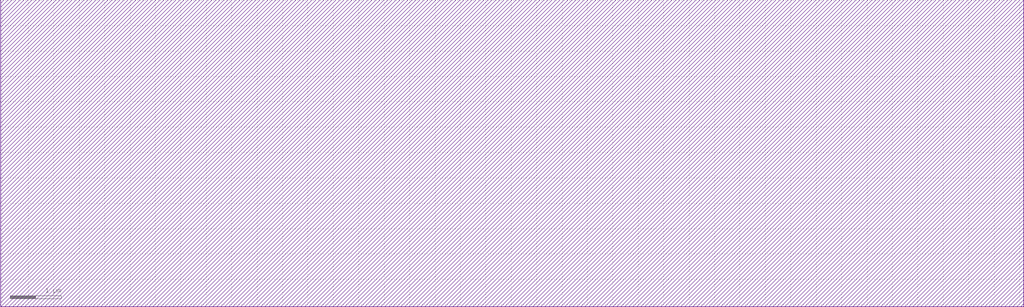
<source format=lef>
VERSION 5.7 ;
  NOWIREEXTENSIONATPIN ON ;
  DIVIDERCHAR "/" ;
  BUSBITCHARS "[]" ;
UNITS
  DATABASE MICRONS 200 ;
END UNITS

LAYER via2
  TYPE CUT ;
END via2

LAYER via
  TYPE CUT ;
END via

LAYER nwell
  TYPE MASTERSLICE ;
END nwell

LAYER via3
  TYPE CUT ;
END via3

LAYER pwell
  TYPE MASTERSLICE ;
END pwell

LAYER via4
  TYPE CUT ;
END via4

LAYER mcon
  TYPE CUT ;
END mcon

LAYER met6
  TYPE ROUTING ;
  WIDTH 0.030000 ;
  SPACING 0.040000 ;
  DIRECTION HORIZONTAL ;
END met6

LAYER met1
  TYPE ROUTING ;
  WIDTH 0.140000 ;
  SPACING 0.140000 ;
  DIRECTION HORIZONTAL ;
END met1

LAYER met3
  TYPE ROUTING ;
  WIDTH 0.300000 ;
  SPACING 0.300000 ;
  DIRECTION HORIZONTAL ;
END met3

LAYER met2
  TYPE ROUTING ;
  WIDTH 0.140000 ;
  SPACING 0.140000 ;
  DIRECTION HORIZONTAL ;
END met2

LAYER met4
  TYPE ROUTING ;
  WIDTH 0.300000 ;
  SPACING 0.300000 ;
  DIRECTION HORIZONTAL ;
END met4

LAYER met5
  TYPE ROUTING ;
  WIDTH 1.600000 ;
  SPACING 1.600000 ;
  DIRECTION HORIZONTAL ;
END met5

LAYER li1
  TYPE ROUTING ;
  WIDTH 0.170000 ;
  SPACING 0.170000 ;
  DIRECTION HORIZONTAL ;
END li1

MACRO sky130_hilas_swc4x2cell
  CLASS BLOCK ;
  FOREIGN sky130_hilas_swc4x2cell ;
  ORIGIN 10.040 0.040 ;
  SIZE 20.120 BY 6.050 ;
END sky130_hilas_swc4x2cell
END LIBRARY


</source>
